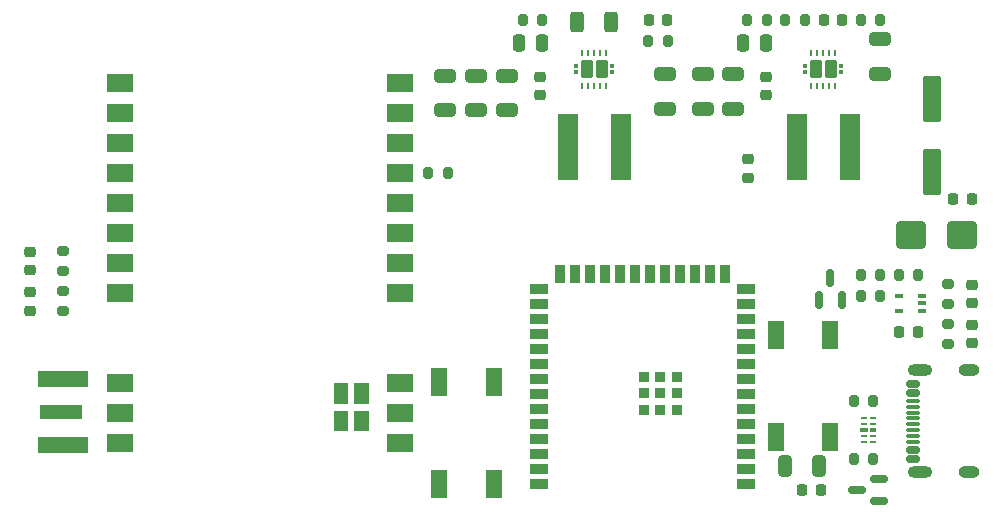
<source format=gbr>
%TF.GenerationSoftware,KiCad,Pcbnew,7.0.9*%
%TF.CreationDate,2024-02-26T10:01:53+01:00*%
%TF.ProjectId,C2LoraGateway,43324c6f-7261-4476-9174-657761792e6b,rev?*%
%TF.SameCoordinates,Original*%
%TF.FileFunction,Paste,Top*%
%TF.FilePolarity,Positive*%
%FSLAX46Y46*%
G04 Gerber Fmt 4.6, Leading zero omitted, Abs format (unit mm)*
G04 Created by KiCad (PCBNEW 7.0.9) date 2024-02-26 10:01:53*
%MOMM*%
%LPD*%
G01*
G04 APERTURE LIST*
G04 Aperture macros list*
%AMRoundRect*
0 Rectangle with rounded corners*
0 $1 Rounding radius*
0 $2 $3 $4 $5 $6 $7 $8 $9 X,Y pos of 4 corners*
0 Add a 4 corners polygon primitive as box body*
4,1,4,$2,$3,$4,$5,$6,$7,$8,$9,$2,$3,0*
0 Add four circle primitives for the rounded corners*
1,1,$1+$1,$2,$3*
1,1,$1+$1,$4,$5*
1,1,$1+$1,$6,$7*
1,1,$1+$1,$8,$9*
0 Add four rect primitives between the rounded corners*
20,1,$1+$1,$2,$3,$4,$5,0*
20,1,$1+$1,$4,$5,$6,$7,0*
20,1,$1+$1,$6,$7,$8,$9,0*
20,1,$1+$1,$8,$9,$2,$3,0*%
G04 Aperture macros list end*
%ADD10RoundRect,0.200000X-0.200000X-0.275000X0.200000X-0.275000X0.200000X0.275000X-0.200000X0.275000X0*%
%ADD11RoundRect,0.218750X0.256250X-0.218750X0.256250X0.218750X-0.256250X0.218750X-0.256250X-0.218750X0*%
%ADD12RoundRect,0.250000X0.650000X-0.325000X0.650000X0.325000X-0.650000X0.325000X-0.650000X-0.325000X0*%
%ADD13RoundRect,0.225000X0.225000X0.250000X-0.225000X0.250000X-0.225000X-0.250000X0.225000X-0.250000X0*%
%ADD14RoundRect,0.250000X-0.325000X-0.650000X0.325000X-0.650000X0.325000X0.650000X-0.325000X0.650000X0*%
%ADD15R,0.650000X0.400000*%
%ADD16R,3.600000X1.270000*%
%ADD17R,4.200000X1.350000*%
%ADD18RoundRect,0.218750X-0.256250X0.218750X-0.256250X-0.218750X0.256250X-0.218750X0.256250X0.218750X0*%
%ADD19RoundRect,0.225000X-0.225000X-0.250000X0.225000X-0.250000X0.225000X0.250000X-0.225000X0.250000X0*%
%ADD20RoundRect,0.200000X0.275000X-0.200000X0.275000X0.200000X-0.275000X0.200000X-0.275000X-0.200000X0*%
%ADD21RoundRect,0.250000X-1.000000X-0.900000X1.000000X-0.900000X1.000000X0.900000X-1.000000X0.900000X0*%
%ADD22RoundRect,0.250000X0.550000X-1.712500X0.550000X1.712500X-0.550000X1.712500X-0.550000X-1.712500X0*%
%ADD23RoundRect,0.150000X0.425000X-0.150000X0.425000X0.150000X-0.425000X0.150000X-0.425000X-0.150000X0*%
%ADD24RoundRect,0.075000X0.500000X-0.075000X0.500000X0.075000X-0.500000X0.075000X-0.500000X-0.075000X0*%
%ADD25O,2.100000X1.000000*%
%ADD26O,1.800000X1.000000*%
%ADD27RoundRect,0.250000X-0.250000X-0.475000X0.250000X-0.475000X0.250000X0.475000X-0.250000X0.475000X0*%
%ADD28RoundRect,0.200000X-0.275000X0.200000X-0.275000X-0.200000X0.275000X-0.200000X0.275000X0.200000X0*%
%ADD29RoundRect,0.225000X-0.250000X0.225000X-0.250000X-0.225000X0.250000X-0.225000X0.250000X0.225000X0*%
%ADD30R,1.700000X5.700000*%
%ADD31R,1.500000X0.900000*%
%ADD32R,0.900000X1.500000*%
%ADD33R,0.900000X0.900000*%
%ADD34RoundRect,0.200000X0.200000X0.275000X-0.200000X0.275000X-0.200000X-0.275000X0.200000X-0.275000X0*%
%ADD35R,1.400000X2.400000*%
%ADD36RoundRect,0.225000X0.250000X-0.225000X0.250000X0.225000X-0.250000X0.225000X-0.250000X-0.225000X0*%
%ADD37RoundRect,0.025000X0.145000X-0.100000X0.145000X0.100000X-0.145000X0.100000X-0.145000X-0.100000X0*%
%ADD38RoundRect,0.106000X0.424000X-0.644000X0.424000X0.644000X-0.424000X0.644000X-0.424000X-0.644000X0*%
%ADD39R,0.240000X0.600000*%
%ADD40RoundRect,0.150000X0.150000X-0.587500X0.150000X0.587500X-0.150000X0.587500X-0.150000X-0.587500X0*%
%ADD41R,2.250000X1.500000*%
%ADD42R,0.625000X0.250000*%
%ADD43R,0.700000X0.450000*%
%ADD44R,0.575000X0.450000*%
%ADD45RoundRect,0.150000X0.587500X0.150000X-0.587500X0.150000X-0.587500X-0.150000X0.587500X-0.150000X0*%
%ADD46RoundRect,0.250000X0.312500X0.625000X-0.312500X0.625000X-0.312500X-0.625000X0.312500X-0.625000X0*%
G04 APERTURE END LIST*
%TO.C,M1*%
G36*
X115750000Y-103750000D02*
G01*
X117000000Y-103750000D01*
X117000000Y-105500000D01*
X115750000Y-105500000D01*
X115750000Y-103750000D01*
G37*
G36*
X115750000Y-106125000D02*
G01*
X117000000Y-106125000D01*
X117000000Y-107775000D01*
X115750000Y-107775000D01*
X115750000Y-106125000D01*
G37*
G36*
X117475000Y-103750000D02*
G01*
X118725000Y-103750000D01*
X118725000Y-105500000D01*
X117475000Y-105500000D01*
X117475000Y-103750000D01*
G37*
G36*
X117475000Y-106125000D02*
G01*
X118725000Y-106125000D01*
X118725000Y-107775000D01*
X117475000Y-107775000D01*
X117475000Y-106125000D01*
G37*
%TD*%
D10*
%TO.C,R8*%
X142375000Y-74825000D03*
X144025000Y-74825000D03*
%TD*%
D11*
%TO.C,D2*%
X90000000Y-94212500D03*
X90000000Y-92637500D03*
%TD*%
D12*
%TO.C,C14*%
X147000000Y-80525000D03*
X147000000Y-77575000D03*
%TD*%
%TO.C,C13*%
X143800000Y-80550000D03*
X143800000Y-77600000D03*
%TD*%
D13*
%TO.C,C11*%
X158775000Y-73000000D03*
X157225000Y-73000000D03*
%TD*%
D12*
%TO.C,C4*%
X127800000Y-80675000D03*
X127800000Y-77725000D03*
%TD*%
D14*
%TO.C,C18*%
X153925000Y-110800000D03*
X156875000Y-110800000D03*
%TD*%
D15*
%TO.C,U5*%
X165550000Y-97650000D03*
X165550000Y-97000000D03*
X165550000Y-96350000D03*
X163650000Y-96350000D03*
X163650000Y-97650000D03*
%TD*%
D16*
%TO.C,J1*%
X92662500Y-106200000D03*
D17*
X92862500Y-103375000D03*
X92862500Y-109025000D03*
%TD*%
D18*
%TO.C,D6*%
X169800000Y-98812500D03*
X169800000Y-100387500D03*
%TD*%
D19*
%TO.C,C16*%
X168225000Y-88200000D03*
X169775000Y-88200000D03*
%TD*%
D20*
%TO.C,R17*%
X167800000Y-97025000D03*
X167800000Y-95375000D03*
%TD*%
D18*
%TO.C,D1*%
X90000000Y-96037500D03*
X90000000Y-97612500D03*
%TD*%
D21*
%TO.C,D4*%
X164650000Y-91200000D03*
X168950000Y-91200000D03*
%TD*%
D22*
%TO.C,C15*%
X166400000Y-85887500D03*
X166400000Y-79712500D03*
%TD*%
D23*
%TO.C,J4*%
X164820000Y-110200000D03*
X164820000Y-109400000D03*
D24*
X164820000Y-108250000D03*
X164820000Y-107250000D03*
X164820000Y-106750000D03*
X164820000Y-105750000D03*
D23*
X164820000Y-104600000D03*
X164820000Y-103800000D03*
X164820000Y-103800000D03*
X164820000Y-104600000D03*
D24*
X164820000Y-105250000D03*
X164820000Y-106250000D03*
X164820000Y-107750000D03*
X164820000Y-108750000D03*
D23*
X164820000Y-109400000D03*
X164820000Y-110200000D03*
D25*
X165395000Y-111320000D03*
D26*
X169575000Y-111320000D03*
D25*
X165395000Y-102680000D03*
D26*
X169575000Y-102680000D03*
%TD*%
D20*
%TO.C,R10*%
X92800000Y-97650000D03*
X92800000Y-96000000D03*
%TD*%
D27*
%TO.C,C1*%
X131450000Y-75000000D03*
X133350000Y-75000000D03*
%TD*%
D12*
%TO.C,C12*%
X149600000Y-80525000D03*
X149600000Y-77575000D03*
%TD*%
D19*
%TO.C,C10*%
X142425000Y-73000000D03*
X143975000Y-73000000D03*
%TD*%
D28*
%TO.C,R16*%
X167800000Y-98775000D03*
X167800000Y-100425000D03*
%TD*%
D29*
%TO.C,C9*%
X150800000Y-84825000D03*
X150800000Y-86375000D03*
%TD*%
D30*
%TO.C,L2*%
X135550000Y-83800000D03*
X140050000Y-83800000D03*
%TD*%
D19*
%TO.C,C19*%
X163650000Y-99400000D03*
X165200000Y-99400000D03*
%TD*%
D31*
%TO.C,U6*%
X150650000Y-112320000D03*
X150650000Y-111050000D03*
X150650000Y-109780000D03*
X150650000Y-108510000D03*
X150650000Y-107240000D03*
X150650000Y-105970000D03*
X150650000Y-104700000D03*
X150650000Y-103430000D03*
X150650000Y-102160000D03*
X150650000Y-100890000D03*
X150650000Y-99620000D03*
X150650000Y-98350000D03*
X150650000Y-97080000D03*
X150650000Y-95810000D03*
D32*
X148885000Y-94560000D03*
X147615000Y-94560000D03*
X146345000Y-94560000D03*
X145075000Y-94560000D03*
X143805000Y-94560000D03*
X142535000Y-94560000D03*
X141265000Y-94560000D03*
X139995000Y-94560000D03*
X138725000Y-94560000D03*
X137455000Y-94560000D03*
X136185000Y-94560000D03*
X134915000Y-94560000D03*
D31*
X133150000Y-95810000D03*
X133150000Y-97080000D03*
X133150000Y-98350000D03*
X133150000Y-99620000D03*
X133150000Y-100890000D03*
X133150000Y-102160000D03*
X133150000Y-103430000D03*
X133150000Y-104700000D03*
X133150000Y-105970000D03*
X133150000Y-107240000D03*
X133150000Y-108510000D03*
X133150000Y-109780000D03*
X133150000Y-111050000D03*
X133150000Y-112320000D03*
D33*
X144800000Y-106000000D03*
X144800000Y-104600000D03*
X144800000Y-103200000D03*
X144800000Y-103200000D03*
X143400000Y-106000000D03*
X143400000Y-106000000D03*
X143400000Y-104600000D03*
X143400000Y-103200000D03*
X142000000Y-106000000D03*
X142000000Y-104600000D03*
X142000000Y-103200000D03*
%TD*%
D12*
%TO.C,C6*%
X162000000Y-77575000D03*
X162000000Y-74625000D03*
%TD*%
D28*
%TO.C,R9*%
X92800000Y-92600000D03*
X92800000Y-94250000D03*
%TD*%
D34*
%TO.C,R6*%
X155625000Y-73000000D03*
X153975000Y-73000000D03*
%TD*%
D10*
%TO.C,R5*%
X160375000Y-73000000D03*
X162025000Y-73000000D03*
%TD*%
D34*
%TO.C,R15*%
X161425000Y-110200000D03*
X159775000Y-110200000D03*
%TD*%
D12*
%TO.C,C2*%
X130400000Y-80675000D03*
X130400000Y-77725000D03*
%TD*%
D30*
%TO.C,L3*%
X154950000Y-83800000D03*
X159450000Y-83800000D03*
%TD*%
D35*
%TO.C,SW2*%
X157800000Y-99700000D03*
X157800000Y-108300000D03*
X153200000Y-99700000D03*
X153200000Y-108300000D03*
%TD*%
D36*
%TO.C,C3*%
X133200000Y-79400000D03*
X133200000Y-77850000D03*
%TD*%
D34*
%TO.C,R14*%
X162025000Y-94600000D03*
X160375000Y-94600000D03*
%TD*%
D37*
%TO.C,U2*%
X155670000Y-77450000D03*
X158730000Y-77450000D03*
D38*
X156570000Y-77200000D03*
X157830000Y-77200000D03*
D37*
X155670000Y-76950000D03*
X158730000Y-76950000D03*
D39*
X156200000Y-78600000D03*
X156700000Y-78600000D03*
X157200000Y-78600000D03*
X157700000Y-78600000D03*
X158200000Y-78600000D03*
X158200000Y-75800000D03*
X157700000Y-75800000D03*
X157200000Y-75800000D03*
X156700000Y-75800000D03*
X156200000Y-75800000D03*
%TD*%
D37*
%TO.C,U1*%
X136270000Y-77450000D03*
X139330000Y-77450000D03*
D38*
X137170000Y-77200000D03*
X138430000Y-77200000D03*
D37*
X136270000Y-76950000D03*
X139330000Y-76950000D03*
D39*
X136800000Y-78600000D03*
X137300000Y-78600000D03*
X137800000Y-78600000D03*
X138300000Y-78600000D03*
X138800000Y-78600000D03*
X138800000Y-75800000D03*
X138300000Y-75800000D03*
X137800000Y-75800000D03*
X137300000Y-75800000D03*
X136800000Y-75800000D03*
%TD*%
D40*
%TO.C,D3*%
X156850000Y-96737500D03*
X158750000Y-96737500D03*
X157800000Y-94862500D03*
%TD*%
D41*
%TO.C,M1*%
X121375000Y-108790000D03*
X121375000Y-106250000D03*
X121375000Y-103710000D03*
X121375000Y-96090000D03*
X121375000Y-93550000D03*
X121375000Y-91010000D03*
X121375000Y-88470000D03*
X121375000Y-85930000D03*
X121375000Y-83390000D03*
X121375000Y-80850000D03*
X121375000Y-78310000D03*
X97625000Y-78310000D03*
X97625000Y-80850000D03*
X97625000Y-83390000D03*
X97625000Y-85930000D03*
X97625000Y-88470000D03*
X97625000Y-91010000D03*
X97625000Y-93550000D03*
X97625000Y-96090000D03*
X97625000Y-103710000D03*
X97625000Y-106250000D03*
X97625000Y-108790000D03*
%TD*%
D42*
%TO.C,U4*%
X160612500Y-106750000D03*
X160612500Y-107250000D03*
D43*
X160650000Y-107750000D03*
D42*
X160612500Y-108250000D03*
X160612500Y-108750000D03*
X161387500Y-108750000D03*
X161387500Y-108250000D03*
D44*
X161412500Y-107750000D03*
D42*
X161387500Y-107250000D03*
X161387500Y-106750000D03*
%TD*%
D34*
%TO.C,R13*%
X161425000Y-105250000D03*
X159775000Y-105250000D03*
%TD*%
%TO.C,R2*%
X133400000Y-73000000D03*
X131750000Y-73000000D03*
%TD*%
D27*
%TO.C,C7*%
X152350000Y-75000000D03*
X150450000Y-75000000D03*
%TD*%
D34*
%TO.C,R12*%
X162025000Y-96400000D03*
X160375000Y-96400000D03*
%TD*%
D45*
%TO.C,U3*%
X161937500Y-113750000D03*
X161937500Y-111850000D03*
X160062500Y-112800000D03*
%TD*%
D36*
%TO.C,C8*%
X152375000Y-79375000D03*
X152375000Y-77825000D03*
%TD*%
D11*
%TO.C,D5*%
X169800000Y-96987500D03*
X169800000Y-95412500D03*
%TD*%
D34*
%TO.C,R11*%
X165225000Y-94600000D03*
X163575000Y-94600000D03*
%TD*%
D10*
%TO.C,R3*%
X123775000Y-85928629D03*
X125425000Y-85928629D03*
%TD*%
D12*
%TO.C,C5*%
X125200000Y-80675000D03*
X125200000Y-77725000D03*
%TD*%
D46*
%TO.C,R4*%
X139262499Y-73189723D03*
X136337499Y-73189723D03*
%TD*%
D34*
%TO.C,R7*%
X152425000Y-73000000D03*
X150775000Y-73000000D03*
%TD*%
D13*
%TO.C,C17*%
X156975000Y-112800000D03*
X155425000Y-112800000D03*
%TD*%
D35*
%TO.C,SW1*%
X129300000Y-103700000D03*
X129300000Y-112300000D03*
X124700000Y-103700000D03*
X124700000Y-112300000D03*
%TD*%
M02*

</source>
